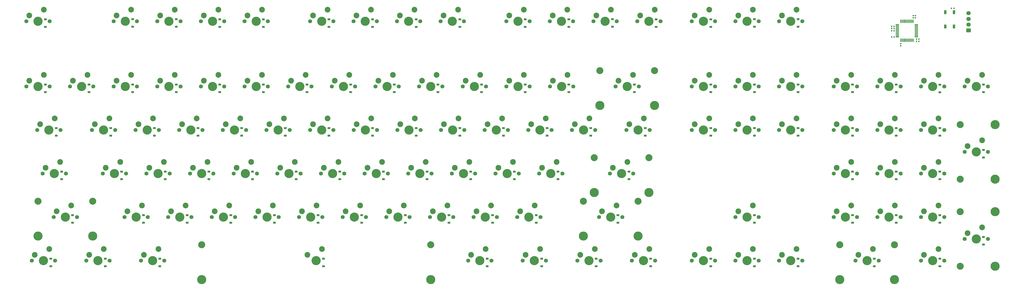
<source format=gbr>
%TF.GenerationSoftware,KiCad,Pcbnew,8.0.5*%
%TF.CreationDate,2025-06-15T08:35:33-07:00*%
%TF.ProjectId,Full Keyboard,46756c6c-204b-4657-9962-6f6172642e6b,2.0.0*%
%TF.SameCoordinates,Original*%
%TF.FileFunction,Soldermask,Bot*%
%TF.FilePolarity,Negative*%
%FSLAX46Y46*%
G04 Gerber Fmt 4.6, Leading zero omitted, Abs format (unit mm)*
G04 Created by KiCad (PCBNEW 8.0.5) date 2025-06-15 08:35:33*
%MOMM*%
%LPD*%
G01*
G04 APERTURE LIST*
G04 Aperture macros list*
%AMRoundRect*
0 Rectangle with rounded corners*
0 $1 Rounding radius*
0 $2 $3 $4 $5 $6 $7 $8 $9 X,Y pos of 4 corners*
0 Add a 4 corners polygon primitive as box body*
4,1,4,$2,$3,$4,$5,$6,$7,$8,$9,$2,$3,0*
0 Add four circle primitives for the rounded corners*
1,1,$1+$1,$2,$3*
1,1,$1+$1,$4,$5*
1,1,$1+$1,$6,$7*
1,1,$1+$1,$8,$9*
0 Add four rect primitives between the rounded corners*
20,1,$1+$1,$2,$3,$4,$5,0*
20,1,$1+$1,$4,$5,$6,$7,0*
20,1,$1+$1,$6,$7,$8,$9,0*
20,1,$1+$1,$8,$9,$2,$3,0*%
G04 Aperture macros list end*
%ADD10C,2.500000*%
%ADD11C,4.000000*%
%ADD12C,1.750000*%
%ADD13C,3.048000*%
%ADD14C,3.987800*%
%ADD15RoundRect,0.225000X0.375000X-0.225000X0.375000X0.225000X-0.375000X0.225000X-0.375000X-0.225000X0*%
%ADD16RoundRect,0.140000X-0.140000X-0.170000X0.140000X-0.170000X0.140000X0.170000X-0.140000X0.170000X0*%
%ADD17RoundRect,0.140000X0.170000X-0.140000X0.170000X0.140000X-0.170000X0.140000X-0.170000X-0.140000X0*%
%ADD18RoundRect,0.250000X0.725000X-0.600000X0.725000X0.600000X-0.725000X0.600000X-0.725000X-0.600000X0*%
%ADD19O,1.950000X1.700000*%
%ADD20RoundRect,0.140000X-0.170000X0.140000X-0.170000X-0.140000X0.170000X-0.140000X0.170000X0.140000X0*%
%ADD21R,1.000000X1.700000*%
%ADD22RoundRect,0.075000X-0.662500X-0.075000X0.662500X-0.075000X0.662500X0.075000X-0.662500X0.075000X0*%
%ADD23RoundRect,0.075000X-0.075000X-0.662500X0.075000X-0.662500X0.075000X0.662500X-0.075000X0.662500X0*%
%ADD24RoundRect,0.135000X-0.135000X-0.185000X0.135000X-0.185000X0.135000X0.185000X-0.135000X0.185000X0*%
%ADD25RoundRect,0.140000X0.140000X0.170000X-0.140000X0.170000X-0.140000X-0.170000X0.140000X-0.170000X0*%
G04 APERTURE END LIST*
D10*
%TO.C,}1*%
X347059946Y-274670029D03*
X353409946Y-272130029D03*
D11*
X350869946Y-277210029D03*
D12*
X345789946Y-277210029D03*
X355949946Y-277210029D03*
%TD*%
D10*
%TO.C,{1*%
X328009946Y-274670029D03*
X334359946Y-272130029D03*
D11*
X331819946Y-277210029D03*
D12*
X326739946Y-277210029D03*
X336899946Y-277210029D03*
%TD*%
D10*
%TO.C,\u005C1*%
X370872446Y-274670029D03*
X377222446Y-272130029D03*
D11*
X374682446Y-277210029D03*
D12*
X369602446Y-277210029D03*
X379762446Y-277210029D03*
%TD*%
D10*
%TO.C,Z1*%
X151797446Y-312770029D03*
X158147446Y-310230029D03*
D11*
X155607446Y-315310029D03*
D12*
X150527446Y-315310029D03*
X160687446Y-315310029D03*
%TD*%
D10*
%TO.C,Y1*%
X232759946Y-274670029D03*
X239109946Y-272130029D03*
D11*
X236569946Y-277210029D03*
D12*
X231489946Y-277210029D03*
X241649946Y-277210029D03*
%TD*%
D10*
%TO.C,X1*%
X170847446Y-312770029D03*
X177197446Y-310230029D03*
D11*
X174657446Y-315310029D03*
D12*
X169577446Y-315310029D03*
X179737446Y-315310029D03*
%TD*%
D10*
%TO.C,W1*%
X156559946Y-274670029D03*
X162909946Y-272130029D03*
D11*
X160369946Y-277210029D03*
D12*
X155289946Y-277210029D03*
X165449946Y-277210029D03*
%TD*%
D10*
%TO.C,V1*%
X208947446Y-312770029D03*
X215297446Y-310230029D03*
D11*
X212757446Y-315310029D03*
D12*
X207677446Y-315310029D03*
X217837446Y-315310029D03*
%TD*%
D10*
%TO.C,UpArrow1*%
X418497446Y-312770029D03*
X424847446Y-310230029D03*
D11*
X422307446Y-315310029D03*
D12*
X417227446Y-315310029D03*
X427387446Y-315310029D03*
%TD*%
D10*
%TO.C,U2*%
X251809946Y-274670029D03*
X258159946Y-272130029D03*
D11*
X255619946Y-277210029D03*
D12*
X250539946Y-277210029D03*
X260699946Y-277210029D03*
%TD*%
D10*
%TO.C,Tilde1*%
X108934946Y-255620029D03*
X115284946Y-253080029D03*
D11*
X112744946Y-258160029D03*
D12*
X107664946Y-258160029D03*
X117824946Y-258160029D03*
%TD*%
D10*
%TO.C,Tab1*%
X113697446Y-274670029D03*
X120047446Y-272130029D03*
D11*
X117507446Y-277210029D03*
D12*
X112427446Y-277210029D03*
X122587446Y-277210029D03*
%TD*%
D10*
%TO.C,T1*%
X213709946Y-274670029D03*
X220059946Y-272130029D03*
D11*
X217519946Y-277210029D03*
D12*
X212439946Y-277210029D03*
X222599946Y-277210029D03*
%TD*%
D10*
%TO.C,Space1*%
X230378696Y-331820029D03*
X236728696Y-329280029D03*
D11*
X234188696Y-334360029D03*
%TD*%
D10*
%TO.C,Shift1*%
X120841196Y-312770029D03*
X127191196Y-310230029D03*
D11*
X124651196Y-315310029D03*
D12*
X119571196Y-315310029D03*
X129731196Y-315310029D03*
%TD*%
D10*
%TO.C,ScrollLock1*%
X418497446Y-227045029D03*
X424847446Y-224505029D03*
D11*
X422307446Y-229585029D03*
D12*
X417227446Y-229585029D03*
X427387446Y-229585029D03*
%TD*%
D10*
%TO.C,S1*%
X161322446Y-293720029D03*
X167672446Y-291180029D03*
D11*
X165132446Y-296260029D03*
D12*
X160052446Y-296260029D03*
X170212446Y-296260029D03*
%TD*%
D10*
%TO.C,RightWin1*%
X325628696Y-331820029D03*
X331978696Y-329280029D03*
D11*
X329438696Y-334360029D03*
D12*
X324358696Y-334360029D03*
X334518696Y-334360029D03*
%TD*%
D10*
%TO.C,RightShift1*%
X358966196Y-312770029D03*
X365316196Y-310230029D03*
D11*
X362776196Y-315310029D03*
D12*
X357696196Y-315310029D03*
X367856196Y-315310029D03*
%TD*%
D10*
%TO.C,RightControl1*%
X373253696Y-331820029D03*
X379603696Y-329280029D03*
D11*
X377063696Y-334360029D03*
D12*
X371983696Y-334360029D03*
X382143696Y-334360029D03*
%TD*%
D10*
%TO.C,RightArrow1*%
X437547446Y-331820029D03*
X443897446Y-329280029D03*
D11*
X441357446Y-334360029D03*
D12*
X436277446Y-334360029D03*
X446437446Y-334360029D03*
%TD*%
D10*
%TO.C,RightAlt1*%
X301816196Y-331820029D03*
X308166196Y-329280029D03*
D11*
X305626196Y-334360029D03*
D12*
X300546196Y-334360029D03*
X310706196Y-334360029D03*
%TD*%
D10*
%TO.C,R4*%
X194659946Y-274670029D03*
X201009946Y-272130029D03*
D11*
X198469946Y-277210029D03*
D12*
X193389946Y-277210029D03*
X203549946Y-277210029D03*
%TD*%
D10*
%TO.C,Q1*%
X137509946Y-274670029D03*
X143859946Y-272130029D03*
D11*
X141319946Y-277210029D03*
D12*
X136239946Y-277210029D03*
X146399946Y-277210029D03*
%TD*%
D10*
%TO.C,PrtSc1*%
X399447446Y-227045029D03*
X405797446Y-224505029D03*
D11*
X403257446Y-229585029D03*
D12*
X398177446Y-229585029D03*
X408337446Y-229585029D03*
%TD*%
D10*
%TO.C,PgUp1*%
X437547446Y-255620029D03*
X443897446Y-253080029D03*
D11*
X441357446Y-258160029D03*
D12*
X436277446Y-258160029D03*
X446437446Y-258160029D03*
%TD*%
D10*
%TO.C,PgDn1*%
X437547446Y-274670029D03*
X443897446Y-272130029D03*
D11*
X441357446Y-277210029D03*
D12*
X436277446Y-277210029D03*
X446437446Y-277210029D03*
%TD*%
D10*
%TO.C,PauseBreak1*%
X437547446Y-227045029D03*
X443897446Y-224505029D03*
D11*
X441357446Y-229585029D03*
D12*
X436277446Y-229585029D03*
X446437446Y-229585029D03*
%TD*%
D10*
%TO.C,P1*%
X308959946Y-274670029D03*
X315309946Y-272130029D03*
D11*
X312769946Y-277210029D03*
D12*
X307689946Y-277210029D03*
X317849946Y-277210029D03*
%TD*%
D10*
%TO.C,O1*%
X289909946Y-274670029D03*
X296259946Y-272130029D03*
D11*
X293719946Y-277210029D03*
D12*
X288639946Y-277210029D03*
X298799946Y-277210029D03*
%TD*%
D10*
%TO.C,NumLock1*%
X461359946Y-255620029D03*
X467709946Y-253080029D03*
D11*
X465169946Y-258160029D03*
D12*
X460089946Y-258160029D03*
X470249946Y-258160029D03*
%TD*%
D10*
%TO.C,NumEnter1*%
X518509946Y-322295029D03*
X524859946Y-319755029D03*
D11*
X522319946Y-324835029D03*
D12*
X517239946Y-324835029D03*
X527399946Y-324835029D03*
%TD*%
D10*
%TO.C,Num9*%
X499459946Y-274670029D03*
X505809946Y-272130029D03*
D11*
X503269946Y-277210029D03*
D12*
X498189946Y-277210029D03*
X508349946Y-277210029D03*
%TD*%
D10*
%TO.C,Num8*%
X480409946Y-274670029D03*
X486759946Y-272130029D03*
D11*
X484219946Y-277210029D03*
D12*
X479139946Y-277210029D03*
X489299946Y-277210029D03*
%TD*%
D10*
%TO.C,Num7*%
X461359946Y-274670029D03*
X467709946Y-272130029D03*
D11*
X465169946Y-277210029D03*
D12*
X460089946Y-277210029D03*
X470249946Y-277210029D03*
%TD*%
D10*
%TO.C,Num6*%
X499459946Y-293720029D03*
X505809946Y-291180029D03*
D11*
X503269946Y-296260029D03*
D12*
X498189946Y-296260029D03*
X508349946Y-296260029D03*
%TD*%
D10*
%TO.C,Num5*%
X480409946Y-293720029D03*
X486759946Y-291180029D03*
D11*
X484219946Y-296260029D03*
D12*
X479139946Y-296260029D03*
X489299946Y-296260029D03*
%TD*%
D10*
%TO.C,Num4*%
X461359946Y-293720029D03*
X467709946Y-291180029D03*
D11*
X465169946Y-296260029D03*
D12*
X460089946Y-296260029D03*
X470249946Y-296260029D03*
%TD*%
D10*
%TO.C,Num3*%
X499459946Y-312770029D03*
X505809946Y-310230029D03*
D11*
X503269946Y-315310029D03*
D12*
X498189946Y-315310029D03*
X508349946Y-315310029D03*
%TD*%
D10*
%TO.C,Num2*%
X480409946Y-312770029D03*
X486759946Y-310230029D03*
D11*
X484219946Y-315310029D03*
D12*
X479139946Y-315310029D03*
X489299946Y-315310029D03*
%TD*%
D10*
%TO.C,Num1*%
X461359946Y-312770029D03*
X467709946Y-310230029D03*
D11*
X465169946Y-315310029D03*
D12*
X460089946Y-315310029D03*
X470249946Y-315310029D03*
%TD*%
D10*
%TO.C,Num0*%
X470884946Y-331820029D03*
X477234946Y-329280029D03*
D11*
X474694946Y-334360029D03*
D12*
X469614946Y-334360029D03*
X479774946Y-334360029D03*
%TD*%
D10*
%TO.C,Num/1*%
X480409946Y-255620029D03*
X486759946Y-253080029D03*
D11*
X484219946Y-258160029D03*
D12*
X479139946Y-258160029D03*
X489299946Y-258160029D03*
%TD*%
D10*
%TO.C,Num.1*%
X499459946Y-331820029D03*
X505809946Y-329280029D03*
D11*
X503269946Y-334360029D03*
D12*
X498189946Y-334360029D03*
X508349946Y-334360029D03*
%TD*%
D10*
%TO.C,Num-1*%
X518509946Y-255620029D03*
X524859946Y-253080029D03*
D11*
X522319946Y-258160029D03*
D12*
X517239946Y-258160029D03*
X527399946Y-258160029D03*
%TD*%
D10*
%TO.C,Num+1*%
X518509946Y-284195029D03*
X524859946Y-281655029D03*
D11*
X522319946Y-286735029D03*
D12*
X517239946Y-286735029D03*
X527399946Y-286735029D03*
%TD*%
D10*
%TO.C,Num\u002A1*%
X499459946Y-255620029D03*
X505809946Y-253080029D03*
D11*
X503269946Y-258160029D03*
D12*
X498189946Y-258160029D03*
X508349946Y-258160029D03*
%TD*%
D10*
%TO.C,N1*%
X247047446Y-312770029D03*
X253397446Y-310230029D03*
D11*
X250857446Y-315310029D03*
D12*
X245777446Y-315310029D03*
X255937446Y-315310029D03*
%TD*%
D10*
%TO.C,Menu1*%
X349441196Y-331820029D03*
X355791196Y-329280029D03*
D11*
X353251196Y-334360029D03*
D12*
X348171196Y-334360029D03*
X358331196Y-334360029D03*
%TD*%
D10*
%TO.C,M1*%
X266097446Y-312770029D03*
X272447446Y-310230029D03*
D11*
X269907446Y-315310029D03*
D12*
X264827446Y-315310029D03*
X274987446Y-315310029D03*
%TD*%
D10*
%TO.C,LeftWin1*%
X135128696Y-331820029D03*
X141478696Y-329280029D03*
D11*
X138938696Y-334360029D03*
D12*
X133858696Y-334360029D03*
X144018696Y-334360029D03*
%TD*%
D10*
%TO.C,LeftControl1*%
X111316196Y-331820029D03*
X117666196Y-329280029D03*
D11*
X115126196Y-334360029D03*
D12*
X110046196Y-334360029D03*
X120206196Y-334360029D03*
%TD*%
D10*
%TO.C,LeftArrow1*%
X399447446Y-331820029D03*
X405797446Y-329280029D03*
D11*
X403257446Y-334360029D03*
D12*
X398177446Y-334360029D03*
X408337446Y-334360029D03*
%TD*%
D10*
%TO.C,LeftAlt1*%
X158941196Y-331820029D03*
X165291196Y-329280029D03*
D11*
X162751196Y-334360029D03*
D12*
X157671196Y-334360029D03*
X167831196Y-334360029D03*
%TD*%
D10*
%TO.C,L1*%
X294672446Y-293720029D03*
X301022446Y-291180029D03*
D11*
X298482446Y-296260029D03*
D12*
X293402446Y-296260029D03*
X303562446Y-296260029D03*
%TD*%
D10*
%TO.C,K1*%
X275622446Y-293720029D03*
X281972446Y-291180029D03*
D11*
X279432446Y-296260029D03*
D12*
X274352446Y-296260029D03*
X284512446Y-296260029D03*
%TD*%
D10*
%TO.C,J2*%
X256572446Y-293720029D03*
X262922446Y-291180029D03*
D11*
X260382446Y-296260029D03*
D12*
X255302446Y-296260029D03*
X265462446Y-296260029D03*
%TD*%
D10*
%TO.C,Insert1*%
X399447446Y-255620029D03*
X405797446Y-253080029D03*
D11*
X403257446Y-258160029D03*
D12*
X398177446Y-258160029D03*
X408337446Y-258160029D03*
%TD*%
D10*
%TO.C,I1*%
X270859946Y-274670029D03*
X277209946Y-272130029D03*
D11*
X274669946Y-277210029D03*
D12*
X269589946Y-277210029D03*
X279749946Y-277210029D03*
%TD*%
D10*
%TO.C,Home1*%
X418497446Y-255620029D03*
X424847446Y-253080029D03*
D11*
X422307446Y-258160029D03*
D12*
X417227446Y-258160029D03*
X427387446Y-258160029D03*
%TD*%
D10*
%TO.C,H1*%
X237522446Y-293720029D03*
X243872446Y-291180029D03*
D11*
X241332446Y-296260029D03*
D12*
X236252446Y-296260029D03*
X246412446Y-296260029D03*
%TD*%
D10*
%TO.C,G1*%
X218472446Y-293720029D03*
X224822446Y-291180029D03*
D11*
X222282446Y-296260029D03*
D12*
X217202446Y-296260029D03*
X227362446Y-296260029D03*
%TD*%
D10*
%TO.C,Func1*%
X147034946Y-227045029D03*
X153384946Y-224505029D03*
D11*
X150844946Y-229585029D03*
D12*
X145764946Y-229585029D03*
X155924946Y-229585029D03*
%TD*%
D10*
%TO.C,F13*%
X199422446Y-293720029D03*
X205772446Y-291180029D03*
D11*
X203232446Y-296260029D03*
D12*
X198152446Y-296260029D03*
X208312446Y-296260029D03*
%TD*%
D10*
%TO.C,F12*%
X375614946Y-227045029D03*
X381964946Y-224505029D03*
D11*
X379424946Y-229585029D03*
D12*
X374344946Y-229585029D03*
X384504946Y-229585029D03*
%TD*%
D10*
%TO.C,F11*%
X356484946Y-227045029D03*
X362834946Y-224505029D03*
D11*
X360294946Y-229585029D03*
D12*
X355214946Y-229585029D03*
X365374946Y-229585029D03*
%TD*%
D10*
%TO.C,F10*%
X337484946Y-227045029D03*
X343834946Y-224505029D03*
D11*
X341294946Y-229585029D03*
D12*
X336214946Y-229585029D03*
X346374946Y-229585029D03*
%TD*%
D10*
%TO.C,F9*%
X318484946Y-227045029D03*
X324834946Y-224505029D03*
D11*
X322294946Y-229585029D03*
D12*
X317214946Y-229585029D03*
X327374946Y-229585029D03*
%TD*%
D10*
%TO.C,F8*%
X289759946Y-227045029D03*
X296109946Y-224505029D03*
D11*
X293569946Y-229585029D03*
D12*
X288489946Y-229585029D03*
X298649946Y-229585029D03*
%TD*%
D10*
%TO.C,F7*%
X270759946Y-227045029D03*
X277109946Y-224505029D03*
D11*
X274569946Y-229585029D03*
D12*
X269489946Y-229585029D03*
X279649946Y-229585029D03*
%TD*%
D10*
%TO.C,F6*%
X251759946Y-227045029D03*
X258109946Y-224505029D03*
D11*
X255569946Y-229585029D03*
D12*
X250489946Y-229585029D03*
X260649946Y-229585029D03*
%TD*%
D10*
%TO.C,F5*%
X232759946Y-227045029D03*
X239109946Y-224505029D03*
D11*
X236569946Y-229585029D03*
D12*
X231489946Y-229585029D03*
X241649946Y-229585029D03*
%TD*%
D10*
%TO.C,F4*%
X204184946Y-227045029D03*
X210534946Y-224505029D03*
D11*
X207994946Y-229585029D03*
D12*
X202914946Y-229585029D03*
X213074946Y-229585029D03*
%TD*%
D10*
%TO.C,F3*%
X185134946Y-227045029D03*
X191484946Y-224505029D03*
D11*
X188944946Y-229585029D03*
D12*
X183864946Y-229585029D03*
X194024946Y-229585029D03*
%TD*%
D10*
%TO.C,F2*%
X166084946Y-227045029D03*
X172434946Y-224505029D03*
D11*
X169894946Y-229585029D03*
D12*
X164814946Y-229585029D03*
X174974946Y-229585029D03*
%TD*%
D10*
%TO.C,ESC1*%
X108934946Y-227045029D03*
X115284946Y-224505029D03*
D11*
X112744946Y-229585029D03*
D12*
X107664946Y-229585029D03*
X117824946Y-229585029D03*
%TD*%
D10*
%TO.C,Enter1*%
X363728696Y-293720029D03*
X370078696Y-291180029D03*
D11*
X367538696Y-296260029D03*
D12*
X362458696Y-296260029D03*
X372618696Y-296260029D03*
%TD*%
D10*
%TO.C,End1*%
X418497446Y-274670029D03*
X424847446Y-272130029D03*
D11*
X422307446Y-277210029D03*
D12*
X417227446Y-277210029D03*
X427387446Y-277210029D03*
%TD*%
D10*
%TO.C,E1*%
X175609946Y-274670029D03*
X181959946Y-272130029D03*
D11*
X179419946Y-277210029D03*
D12*
X174339946Y-277210029D03*
X184499946Y-277210029D03*
%TD*%
D10*
%TO.C,DownArrow1*%
X418497446Y-331820029D03*
X424847446Y-329280029D03*
D11*
X422307446Y-334360029D03*
D12*
X417227446Y-334360029D03*
X427387446Y-334360029D03*
%TD*%
D10*
%TO.C,Delete1*%
X399447446Y-274670029D03*
X405797446Y-272130029D03*
D11*
X403257446Y-277210029D03*
D12*
X398177446Y-277210029D03*
X408337446Y-277210029D03*
%TD*%
D10*
%TO.C,D105*%
X180372446Y-293720029D03*
X186722446Y-291180029D03*
D11*
X184182446Y-296260029D03*
D12*
X179102446Y-296260029D03*
X189262446Y-296260029D03*
%TD*%
D10*
%TO.C,CapsLock1*%
X116078696Y-293720029D03*
X122428696Y-291180029D03*
D11*
X119888696Y-296260029D03*
D12*
X114808696Y-296260029D03*
X124968696Y-296260029D03*
%TD*%
D10*
%TO.C,C1*%
X189897446Y-312770029D03*
X196247446Y-310230029D03*
D11*
X193707446Y-315310029D03*
D12*
X188627446Y-315310029D03*
X198787446Y-315310029D03*
%TD*%
D10*
%TO.C,Backspace1*%
X366109946Y-255620029D03*
X372459946Y-253080029D03*
D11*
X369919946Y-258160029D03*
D12*
X364839946Y-258160029D03*
X374999946Y-258160029D03*
%TD*%
D10*
%TO.C,B1*%
X227997446Y-312770029D03*
X234347446Y-310230029D03*
D11*
X231807446Y-315310029D03*
D12*
X226727446Y-315310029D03*
X236887446Y-315310029D03*
%TD*%
D10*
%TO.C,A1*%
X142272446Y-293720029D03*
X148622446Y-291180029D03*
D11*
X146082446Y-296260029D03*
D12*
X141002446Y-296260029D03*
X151162446Y-296260029D03*
%TD*%
D10*
%TO.C,>1*%
X304197446Y-312770029D03*
X310547446Y-310230029D03*
D11*
X308007446Y-315310029D03*
D12*
X302927446Y-315310029D03*
X313087446Y-315310029D03*
%TD*%
D10*
%TO.C,<1*%
X285147446Y-312770029D03*
X291497446Y-310230029D03*
D11*
X288957446Y-315310029D03*
D12*
X283877446Y-315310029D03*
X294037446Y-315310029D03*
%TD*%
D10*
%TO.C,;1*%
X313722446Y-293720029D03*
X320072446Y-291180029D03*
D11*
X317532446Y-296260029D03*
D12*
X312452446Y-296260029D03*
X322612446Y-296260029D03*
%TD*%
D10*
%TO.C,"?"1*%
X323247446Y-312770029D03*
X329597446Y-310230029D03*
D11*
X327057446Y-315310029D03*
D12*
X321977446Y-315310029D03*
X332137446Y-315310029D03*
%TD*%
D10*
%TO.C,"="1*%
X337534946Y-255620029D03*
X343884946Y-253080029D03*
D11*
X341344946Y-258160029D03*
D12*
X336264946Y-258160029D03*
X346424946Y-258160029D03*
%TD*%
D10*
%TO.C,"9"1*%
X280384946Y-255620029D03*
X286734946Y-253080029D03*
D11*
X284194946Y-258160029D03*
D12*
X279114946Y-258160029D03*
X289274946Y-258160029D03*
%TD*%
D10*
%TO.C,"8"1*%
X261334946Y-255620029D03*
X267684946Y-253080029D03*
D11*
X265144946Y-258160029D03*
D12*
X260064946Y-258160029D03*
X270224946Y-258160029D03*
%TD*%
D10*
%TO.C,"7"1*%
X242284946Y-255620029D03*
X248634946Y-253080029D03*
D11*
X246094946Y-258160029D03*
D12*
X241014946Y-258160029D03*
X251174946Y-258160029D03*
%TD*%
D10*
%TO.C,"6"1*%
X223234946Y-255620029D03*
X229584946Y-253080029D03*
D11*
X227044946Y-258160029D03*
D12*
X221964946Y-258160029D03*
X232124946Y-258160029D03*
%TD*%
D10*
%TO.C,"5"1*%
X204184946Y-255620029D03*
X210534946Y-253080029D03*
D11*
X207994946Y-258160029D03*
D12*
X202914946Y-258160029D03*
X213074946Y-258160029D03*
%TD*%
D10*
%TO.C,"4"1*%
X185134946Y-255620029D03*
X191484946Y-253080029D03*
D11*
X188944946Y-258160029D03*
D12*
X183864946Y-258160029D03*
X194024946Y-258160029D03*
%TD*%
D10*
%TO.C,"3"1*%
X166084946Y-255620029D03*
X172434946Y-253080029D03*
D11*
X169894946Y-258160029D03*
D12*
X164814946Y-258160029D03*
X174974946Y-258160029D03*
%TD*%
D10*
%TO.C,"2"1*%
X147034946Y-255620029D03*
X153384946Y-253080029D03*
D11*
X150844946Y-258160029D03*
D12*
X145764946Y-258160029D03*
X155924946Y-258160029D03*
%TD*%
D10*
%TO.C,"1"1*%
X127984946Y-255620029D03*
X134334946Y-253080029D03*
D11*
X131794946Y-258160029D03*
D12*
X126714946Y-258160029D03*
X136874946Y-258160029D03*
%TD*%
D10*
%TO.C,"1*%
X332772446Y-293720029D03*
X339122446Y-291180029D03*
D11*
X336582446Y-296260029D03*
D12*
X331502446Y-296260029D03*
X341662446Y-296260029D03*
%TD*%
D10*
%TO.C,"0"1*%
X299434946Y-255620029D03*
X305784946Y-253080029D03*
D11*
X303244946Y-258160029D03*
D12*
X298164946Y-258160029D03*
X308324946Y-258160029D03*
%TD*%
D10*
%TO.C,"-"1*%
X318484946Y-255620029D03*
X324834946Y-253080029D03*
D11*
X322294946Y-258160029D03*
D12*
X317214946Y-258160029D03*
X327374946Y-258160029D03*
%TD*%
D13*
%TO.C,REF\u002A\u002A*%
X515334946Y-336773029D03*
D14*
X530544946Y-336773029D03*
D13*
X515334946Y-312897029D03*
D14*
X530544946Y-312897029D03*
%TD*%
D13*
%TO.C,REF\u002A\u002A*%
X357981946Y-251175029D03*
D14*
X357981946Y-266385029D03*
D13*
X381857946Y-251175029D03*
D14*
X381857946Y-266385029D03*
%TD*%
D13*
%TO.C,REF\u002A\u002A*%
X462756946Y-327375029D03*
D14*
X462756946Y-342585029D03*
D13*
X486632946Y-327375029D03*
D14*
X486632946Y-342585029D03*
%TD*%
D13*
%TO.C,REF\u002A\u002A*%
X515334946Y-298673029D03*
D14*
X530544946Y-298673029D03*
D13*
X515334946Y-274797029D03*
D14*
X530544946Y-274797029D03*
%TD*%
D13*
%TO.C,REF\u002A\u002A*%
X184188696Y-327375029D03*
D14*
X184188696Y-342585029D03*
D13*
X284188696Y-327375029D03*
D14*
X284188696Y-342585029D03*
%TD*%
D13*
%TO.C,REF\u002A\u002A*%
X355600696Y-289275029D03*
D14*
X355600696Y-304485029D03*
D13*
X379476696Y-289275029D03*
D14*
X379476696Y-304485029D03*
%TD*%
D13*
%TO.C,REF\u002A\u002A*%
X112713196Y-308325029D03*
D14*
X112713196Y-323535029D03*
D13*
X136589196Y-308325029D03*
D14*
X136589196Y-323535029D03*
%TD*%
D13*
%TO.C,REF\u002A\u002A*%
X350838196Y-308325029D03*
D14*
X350838196Y-323535029D03*
D13*
X374714196Y-308325029D03*
D14*
X374714196Y-323535029D03*
%TD*%
D15*
%TO.C,D93*%
X142111246Y-336796529D03*
X142111246Y-333496529D03*
%TD*%
%TO.C,D20*%
X173065546Y-260538729D03*
X173065546Y-257238729D03*
%TD*%
%TO.C,D77*%
X177827746Y-317747729D03*
X177827746Y-314447729D03*
%TD*%
%TO.C,D51*%
X377840146Y-279587529D03*
X377840146Y-276287529D03*
%TD*%
D16*
%TO.C,C17*%
X496312443Y-238390029D03*
X497272443Y-238390029D03*
%TD*%
D15*
%TO.C,D45*%
X258785146Y-279587529D03*
X258785146Y-276287529D03*
%TD*%
%TO.C,D81*%
X254022946Y-317747729D03*
X254022946Y-314447729D03*
%TD*%
%TO.C,D30*%
X373077946Y-260538729D03*
X373077946Y-257238729D03*
%TD*%
%TO.C,D95*%
X237355246Y-336796529D03*
X237355246Y-333496529D03*
%TD*%
%TO.C,D53*%
X425462146Y-279587529D03*
X425462146Y-276287529D03*
%TD*%
%TO.C,D86*%
X365934646Y-317747729D03*
X365934646Y-314447729D03*
%TD*%
%TO.C,D50*%
X354029146Y-279587529D03*
X354029146Y-276287529D03*
%TD*%
%TO.C,D70*%
X339742546Y-298636329D03*
X339742546Y-295336329D03*
%TD*%
%TO.C,D71*%
X370696846Y-298636329D03*
X370696846Y-295336329D03*
%TD*%
%TO.C,D91*%
X525468346Y-327272129D03*
X525468346Y-323972129D03*
%TD*%
%TO.C,D85*%
X330218146Y-317747729D03*
X330218146Y-314447729D03*
%TD*%
%TO.C,D2*%
X154016746Y-231965529D03*
X154016746Y-228665529D03*
%TD*%
%TO.C,D27*%
X306407146Y-260601329D03*
X306407146Y-257301329D03*
%TD*%
%TO.C,D66*%
X263547346Y-298636329D03*
X263547346Y-295336329D03*
%TD*%
%TO.C,D90*%
X506419546Y-317747729D03*
X506419546Y-314447729D03*
%TD*%
%TO.C,D9*%
X296882746Y-232028129D03*
X296882746Y-228728129D03*
%TD*%
%TO.C,D14*%
X425462146Y-231965529D03*
X425462146Y-228665529D03*
%TD*%
%TO.C,D92*%
X118300246Y-336796529D03*
X118300246Y-333496529D03*
%TD*%
%TO.C,D5*%
X211163146Y-232028129D03*
X211163146Y-228728129D03*
%TD*%
%TO.C,D47*%
X296882746Y-279587529D03*
X296882746Y-276287529D03*
%TD*%
%TO.C,D35*%
X487370746Y-260601329D03*
X487370746Y-257301329D03*
%TD*%
%TO.C,D65*%
X244498546Y-298698929D03*
X244498546Y-295398929D03*
%TD*%
%TO.C,D96*%
X308788246Y-336796529D03*
X308788246Y-333496529D03*
%TD*%
%TO.C,D28*%
X325455946Y-260601329D03*
X325455946Y-257301329D03*
%TD*%
%TO.C,D73*%
X506419546Y-298698929D03*
X506419546Y-295398929D03*
%TD*%
D16*
%TO.C,C14*%
X485467446Y-232735029D03*
X486427446Y-232735029D03*
%TD*%
D15*
%TO.C,D8*%
X277833946Y-232028129D03*
X277833946Y-228728129D03*
%TD*%
%TO.C,D33*%
X444510946Y-260601329D03*
X444510946Y-257301329D03*
%TD*%
%TO.C,D24*%
X249260746Y-260601329D03*
X249260746Y-257301329D03*
%TD*%
%TO.C,D36*%
X506419546Y-260663929D03*
X506419546Y-257363929D03*
%TD*%
%TO.C,D75*%
X127824646Y-317747729D03*
X127824646Y-314447729D03*
%TD*%
D17*
%TO.C,C13*%
X489319946Y-240337529D03*
X489319946Y-239377529D03*
%TD*%
D18*
%TO.C,J3*%
X518969946Y-233560029D03*
D19*
X518969946Y-231060029D03*
X518969946Y-228560029D03*
X518969946Y-226060029D03*
%TD*%
D15*
%TO.C,D13*%
X406413346Y-232028129D03*
X406413346Y-228728129D03*
%TD*%
%TO.C,D54*%
X444510946Y-279650129D03*
X444510946Y-276350129D03*
%TD*%
%TO.C,D76*%
X158778946Y-317747729D03*
X158778946Y-314447729D03*
%TD*%
%TO.C,D88*%
X468321946Y-317685129D03*
X468321946Y-314385129D03*
%TD*%
%TO.C,D94*%
X165922246Y-336796529D03*
X165922246Y-333496529D03*
%TD*%
%TO.C,D68*%
X301644946Y-298636329D03*
X301644946Y-295336329D03*
%TD*%
%TO.C,D21*%
X192114346Y-260538729D03*
X192114346Y-257238729D03*
%TD*%
%TO.C,D42*%
X201638746Y-279650129D03*
X201638746Y-276350129D03*
%TD*%
%TO.C,D22*%
X211163146Y-260538729D03*
X211163146Y-257238729D03*
%TD*%
D20*
%TO.C,C12*%
X495802449Y-227132521D03*
X495802449Y-228092521D03*
%TD*%
D15*
%TO.C,D43*%
X220687546Y-279587529D03*
X220687546Y-276287529D03*
%TD*%
%TO.C,D23*%
X230211946Y-260601329D03*
X230211946Y-257301329D03*
%TD*%
%TO.C,D78*%
X196876546Y-317747729D03*
X196876546Y-314447729D03*
%TD*%
%TO.C,D39*%
X144492346Y-279587529D03*
X144492346Y-276287529D03*
%TD*%
%TO.C,D16*%
X382602346Y-232028129D03*
X382602346Y-228728129D03*
%TD*%
%TO.C,D56*%
X487370746Y-279650129D03*
X487370746Y-276350129D03*
%TD*%
%TO.C,D46*%
X277833946Y-279650129D03*
X277833946Y-276350129D03*
%TD*%
%TO.C,D74*%
X468321946Y-298698929D03*
X468321946Y-295398929D03*
%TD*%
%TO.C,D34*%
X468321946Y-260601329D03*
X468321946Y-257301329D03*
%TD*%
%TO.C,D3*%
X173065546Y-231965529D03*
X173065546Y-228665529D03*
%TD*%
%TO.C,D25*%
X268309546Y-260538729D03*
X268309546Y-257238729D03*
%TD*%
%TO.C,D1*%
X115919146Y-232028129D03*
X115919146Y-228728129D03*
%TD*%
%TO.C,D11*%
X344504746Y-232028129D03*
X344504746Y-228728129D03*
%TD*%
%TO.C,D79*%
X215925346Y-317747729D03*
X215925346Y-314447729D03*
%TD*%
D21*
%TO.C,SW1*%
X508782445Y-225572529D03*
X508782445Y-231872529D03*
X512582445Y-225572529D03*
X512582445Y-231872529D03*
%TD*%
D15*
%TO.C,D67*%
X282596146Y-298698929D03*
X282596146Y-295398929D03*
%TD*%
%TO.C,D101*%
X425462146Y-336733929D03*
X425462146Y-333433929D03*
%TD*%
%TO.C,D102*%
X444510946Y-336796529D03*
X444510946Y-333496529D03*
%TD*%
%TO.C,D44*%
X239736346Y-279587529D03*
X239736346Y-276287529D03*
%TD*%
%TO.C,D52*%
X406413346Y-279587529D03*
X406413346Y-276287529D03*
%TD*%
%TO.C,D64*%
X225449746Y-298636329D03*
X225449746Y-295336329D03*
%TD*%
%TO.C,D97*%
X332599246Y-336796529D03*
X332599246Y-333496529D03*
%TD*%
%TO.C,D32*%
X425462146Y-260538729D03*
X425462146Y-257238729D03*
%TD*%
%TO.C,D60*%
X149254546Y-298636329D03*
X149254546Y-295336329D03*
%TD*%
%TO.C,D87*%
X425462146Y-317747729D03*
X425462146Y-314447729D03*
%TD*%
D20*
%TO.C,C11*%
X494819949Y-227132528D03*
X494819949Y-228092528D03*
%TD*%
D15*
%TO.C,D55*%
X468321946Y-279650129D03*
X468321946Y-276350129D03*
%TD*%
D16*
%TO.C,C15*%
X485467445Y-231752529D03*
X486427445Y-231752529D03*
%TD*%
D15*
%TO.C,D41*%
X182589946Y-279650129D03*
X182589946Y-276350129D03*
%TD*%
%TO.C,D61*%
X168303346Y-298636329D03*
X168303346Y-295336329D03*
%TD*%
%TO.C,D58*%
X525468346Y-289174529D03*
X525468346Y-285874529D03*
%TD*%
%TO.C,D59*%
X123062446Y-298698929D03*
X123062446Y-295398929D03*
%TD*%
%TO.C,D103*%
X477846346Y-336733929D03*
X477846346Y-333433929D03*
%TD*%
%TO.C,D40*%
X163541146Y-279587529D03*
X163541146Y-276287529D03*
%TD*%
%TO.C,D100*%
X406413346Y-336796529D03*
X406413346Y-333496529D03*
%TD*%
D22*
%TO.C,U1*%
X487907446Y-236485029D03*
X487907446Y-235985029D03*
X487907446Y-235485029D03*
X487907446Y-234985029D03*
X487907446Y-234485029D03*
X487907446Y-233985029D03*
X487907446Y-233485029D03*
X487907446Y-232985029D03*
X487907446Y-232485029D03*
X487907446Y-231985029D03*
X487907446Y-231485029D03*
X487907446Y-230985029D03*
D23*
X489319946Y-229572529D03*
X489819946Y-229572529D03*
X490319946Y-229572529D03*
X490819946Y-229572529D03*
X491319946Y-229572529D03*
X491819946Y-229572529D03*
X492319946Y-229572529D03*
X492819946Y-229572529D03*
X493319946Y-229572529D03*
X493819946Y-229572529D03*
X494319946Y-229572529D03*
X494819946Y-229572529D03*
D22*
X496232446Y-230985029D03*
X496232446Y-231485029D03*
X496232446Y-231985029D03*
X496232446Y-232485029D03*
X496232446Y-232985029D03*
X496232446Y-233485029D03*
X496232446Y-233985029D03*
X496232446Y-234485029D03*
X496232446Y-234985029D03*
X496232446Y-235485029D03*
X496232446Y-235985029D03*
X496232446Y-236485029D03*
D23*
X494819946Y-237897529D03*
X494319946Y-237897529D03*
X493819946Y-237897529D03*
X493319946Y-237897529D03*
X492819946Y-237897529D03*
X492319946Y-237897529D03*
X491819946Y-237897529D03*
X491319946Y-237897529D03*
X490819946Y-237897529D03*
X490319946Y-237897529D03*
X489819946Y-237897529D03*
X489319946Y-237897529D03*
%TD*%
D15*
%TO.C,D80*%
X234974146Y-317747729D03*
X234974146Y-314447729D03*
%TD*%
%TO.C,D98*%
X356410246Y-336733929D03*
X356410246Y-333433929D03*
%TD*%
D24*
%TO.C,R1*%
X511559951Y-223940033D03*
X512579951Y-223940033D03*
%TD*%
D25*
%TO.C,C7*%
X486427446Y-233735028D03*
X485467446Y-233735028D03*
%TD*%
D15*
%TO.C,D89*%
X487370746Y-317685129D03*
X487370746Y-314385129D03*
%TD*%
%TO.C,D19*%
X154016746Y-260601329D03*
X154016746Y-257301329D03*
%TD*%
%TO.C,D99*%
X380221246Y-336796529D03*
X380221246Y-333496529D03*
%TD*%
%TO.C,D12*%
X363553546Y-231965529D03*
X363553546Y-228665529D03*
%TD*%
D16*
%TO.C,C16*%
X496312445Y-237407536D03*
X497272445Y-237407536D03*
%TD*%
D15*
%TO.C,D26*%
X287358346Y-260601329D03*
X287358346Y-257301329D03*
%TD*%
%TO.C,D84*%
X311169346Y-317747729D03*
X311169346Y-314447729D03*
%TD*%
%TO.C,D38*%
X120681346Y-279650129D03*
X120681346Y-276350129D03*
%TD*%
%TO.C,D69*%
X320693746Y-298636329D03*
X320693746Y-295336329D03*
%TD*%
%TO.C,D7*%
X258785146Y-232028129D03*
X258785146Y-228728129D03*
%TD*%
%TO.C,D49*%
X334980346Y-279650129D03*
X334980346Y-276350129D03*
%TD*%
%TO.C,D31*%
X406413346Y-260601329D03*
X406413346Y-257301329D03*
%TD*%
%TO.C,D15*%
X444510946Y-231965529D03*
X444510946Y-228665529D03*
%TD*%
%TO.C,D10*%
X325455946Y-232028129D03*
X325455946Y-228728129D03*
%TD*%
D16*
%TO.C,C10*%
X485467445Y-236485028D03*
X486427445Y-236485028D03*
%TD*%
D15*
%TO.C,D83*%
X292120546Y-317747729D03*
X292120546Y-314447729D03*
%TD*%
%TO.C,D48*%
X315931546Y-279650129D03*
X315931546Y-276350129D03*
%TD*%
%TO.C,D4*%
X192114346Y-232028129D03*
X192114346Y-228728129D03*
%TD*%
%TO.C,D37*%
X525468346Y-260601329D03*
X525468346Y-257301329D03*
%TD*%
%TO.C,D104*%
X506419546Y-336733929D03*
X506419546Y-333433929D03*
%TD*%
%TO.C,D18*%
X134967946Y-260601329D03*
X134967946Y-257301329D03*
%TD*%
%TO.C,D6*%
X239736346Y-232028129D03*
X239736346Y-228728129D03*
%TD*%
%TO.C,D17*%
X115919146Y-260601329D03*
X115919146Y-257301329D03*
%TD*%
%TO.C,D82*%
X273071746Y-317747729D03*
X273071746Y-314447729D03*
%TD*%
%TO.C,D62*%
X187352146Y-298636329D03*
X187352146Y-295336329D03*
%TD*%
%TO.C,D63*%
X206400946Y-298698929D03*
X206400946Y-295398929D03*
%TD*%
%TO.C,D57*%
X506419546Y-279587529D03*
X506419546Y-276287529D03*
%TD*%
%TO.C,D72*%
X487370746Y-298636329D03*
X487370746Y-295336329D03*
%TD*%
%TO.C,D29*%
X344504746Y-260601329D03*
X344504746Y-257301329D03*
%TD*%
M02*

</source>
